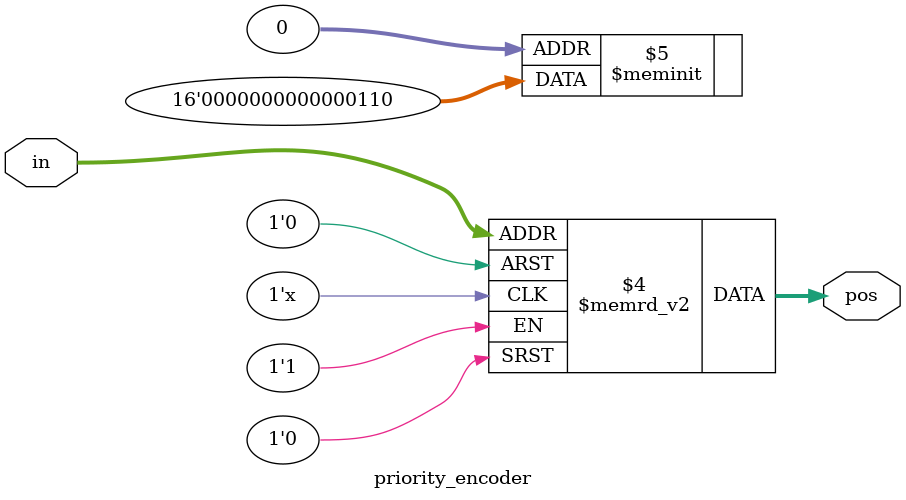
<source format=v>
module priority_encoder( 
input [2:0] in,
output reg [1:0] pos ); 
// When sel=1, assign b to out
always @(*)
begin
case(in)
3'b000:
pos = 2'b10;
3'b001:
pos = 2'b01;
3'b010:
pos = 2'b00;
3'b011:
pos = 2'b00;
3'b100:
pos = 2'b00;
3'b101:
pos = 2'b00;
3'b110:
pos = 2'b00;
3'b111:
pos = 2'b00;
default:
pos = 2'b00;
endcase
end
endmodule

</source>
